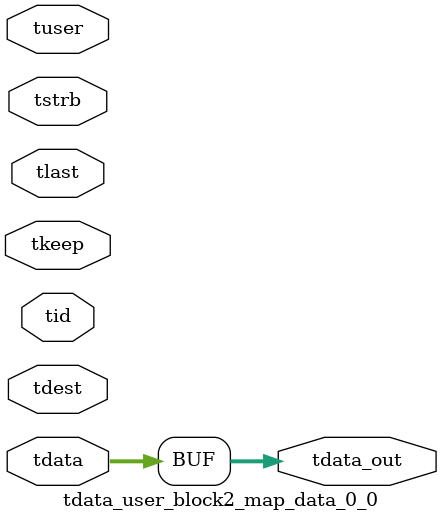
<source format=v>


`timescale 1ps/1ps

module tdata_user_block2_map_data_0_0 #
(
parameter C_S_AXIS_TDATA_WIDTH = 32,
parameter C_S_AXIS_TUSER_WIDTH = 0,
parameter C_S_AXIS_TID_WIDTH   = 0,
parameter C_S_AXIS_TDEST_WIDTH = 0,
parameter C_M_AXIS_TDATA_WIDTH = 32
)
(
input  [(C_S_AXIS_TDATA_WIDTH == 0 ? 1 : C_S_AXIS_TDATA_WIDTH)-1:0     ] tdata,
input  [(C_S_AXIS_TUSER_WIDTH == 0 ? 1 : C_S_AXIS_TUSER_WIDTH)-1:0     ] tuser,
input  [(C_S_AXIS_TID_WIDTH   == 0 ? 1 : C_S_AXIS_TID_WIDTH)-1:0       ] tid,
input  [(C_S_AXIS_TDEST_WIDTH == 0 ? 1 : C_S_AXIS_TDEST_WIDTH)-1:0     ] tdest,
input  [(C_S_AXIS_TDATA_WIDTH/8)-1:0 ] tkeep,
input  [(C_S_AXIS_TDATA_WIDTH/8)-1:0 ] tstrb,
input                                                                    tlast,
output [C_M_AXIS_TDATA_WIDTH-1:0] tdata_out
);

assign tdata_out = {tdata[31:0]};

endmodule


</source>
